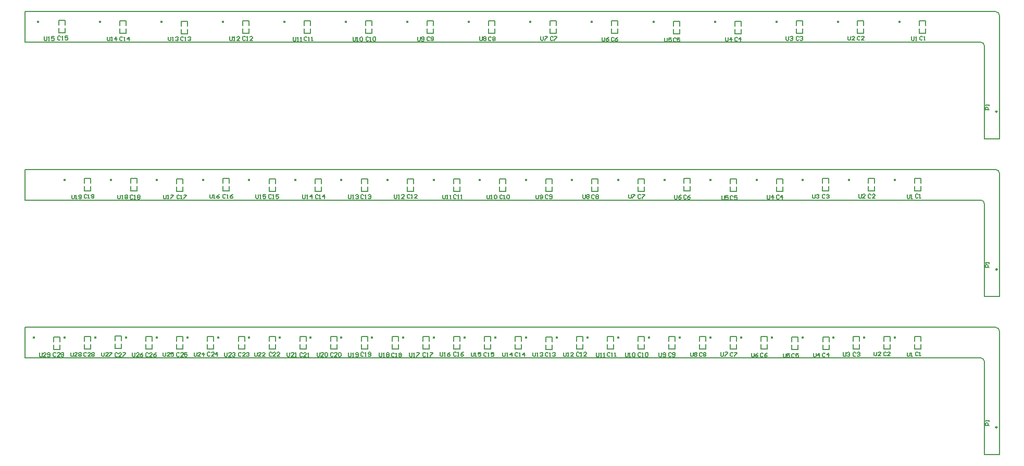
<source format=gto>
G04*
G04 #@! TF.GenerationSoftware,Altium Limited,Altium Designer,19.0.12 (326)*
G04*
G04 Layer_Color=65535*
%FSLAX44Y44*%
%MOMM*%
G71*
G01*
G75*
%ADD21C,0.1270*%
%ADD25C,0.2500*%
%ADD26C,0.1778*%
%ADD27R,0.3810X0.3810*%
D21*
X65250Y699324D02*
Y706944D01*
X55090D02*
X65250D01*
X55090Y699324D02*
Y706944D01*
Y686624D02*
Y694244D01*
Y686624D02*
X65250D01*
Y694244D01*
X164344Y698460D02*
Y706080D01*
X154184D02*
X164344D01*
X154184Y698460D02*
Y706080D01*
Y685760D02*
Y693380D01*
Y685760D02*
X164344D01*
Y693380D01*
X264488Y697777D02*
Y705397D01*
X254328D02*
X264488D01*
X254328Y697777D02*
Y705397D01*
Y685077D02*
Y692697D01*
Y685077D02*
X264488D01*
Y692697D01*
X564488Y698206D02*
Y705826D01*
X554328D02*
X564488D01*
X554328Y698206D02*
Y705826D01*
Y685506D02*
Y693126D01*
Y685506D02*
X564488D01*
Y693126D01*
X464406Y698460D02*
Y706080D01*
X454246D02*
X464406D01*
X454246Y698460D02*
Y706080D01*
Y685760D02*
Y693380D01*
Y685760D02*
X464406D01*
Y693380D01*
X364488Y698333D02*
Y705953D01*
X354328D02*
X364488D01*
X354328Y698333D02*
Y705953D01*
Y685632D02*
Y693252D01*
Y685632D02*
X364488D01*
Y693252D01*
X664488Y698160D02*
Y705780D01*
X654328D02*
X664488D01*
X654328Y698160D02*
Y705780D01*
Y685460D02*
Y693080D01*
Y685460D02*
X664488D01*
Y693080D01*
X764234Y698294D02*
Y705914D01*
X754074D02*
X764234D01*
X754074Y698294D02*
Y705914D01*
Y685594D02*
Y693214D01*
Y685594D02*
X764234D01*
Y693214D01*
X864234Y698460D02*
Y706080D01*
X854074D02*
X864234D01*
X854074Y698460D02*
Y706080D01*
Y685760D02*
Y693380D01*
Y685760D02*
X864234D01*
Y693380D01*
X1064488Y697952D02*
Y705572D01*
X1054328D02*
X1064488D01*
X1054328Y697952D02*
Y705572D01*
Y685252D02*
Y692872D01*
Y685252D02*
X1064488D01*
Y692872D01*
X964234Y698540D02*
Y706160D01*
X954074D02*
X964234D01*
X954074Y698540D02*
Y706160D01*
Y685840D02*
Y693460D01*
Y685840D02*
X964234D01*
Y693460D01*
X1164614Y685078D02*
Y692698D01*
X1154454Y685078D02*
X1164614D01*
X1154454D02*
Y692698D01*
Y697778D02*
Y705398D01*
X1164614D01*
Y697778D02*
Y705398D01*
X1264234Y686014D02*
Y693634D01*
X1254074Y686014D02*
X1264234D01*
X1254074D02*
Y693634D01*
Y698714D02*
Y706334D01*
X1264234D01*
Y698714D02*
Y706334D01*
X1363768Y685840D02*
Y693460D01*
X1353608Y685840D02*
X1363768D01*
X1353608D02*
Y693460D01*
Y698540D02*
Y706160D01*
X1363768D01*
Y698540D02*
Y706160D01*
X1464234Y685840D02*
Y693460D01*
X1454074Y685840D02*
X1464234D01*
X1454074D02*
Y693460D01*
Y698540D02*
Y706160D01*
X1464234D01*
Y698540D02*
Y706160D01*
X107308Y441834D02*
Y449454D01*
X97148D02*
X107308D01*
X97148Y441834D02*
Y449454D01*
Y429134D02*
Y436754D01*
Y429134D02*
X107308D01*
Y436754D01*
X182198Y441594D02*
Y449214D01*
X172038D02*
X182198D01*
X172038Y441594D02*
Y449214D01*
Y428894D02*
Y436514D01*
Y428894D02*
X182198D01*
Y436514D01*
X257198Y441460D02*
Y449080D01*
X247038D02*
X257198D01*
X247038Y441460D02*
Y449080D01*
Y428760D02*
Y436380D01*
Y428760D02*
X257198D01*
Y436380D01*
X332038Y441848D02*
Y449468D01*
X321878D02*
X332038D01*
X321878Y441848D02*
Y449468D01*
Y429148D02*
Y436768D01*
Y429148D02*
X332038D01*
Y436768D01*
X407198Y441460D02*
Y449080D01*
X397038D02*
X407198D01*
X397038Y441460D02*
Y449080D01*
Y428760D02*
Y436380D01*
Y428760D02*
X407198D01*
Y436380D01*
X482054Y441459D02*
Y449079D01*
X471894D02*
X482054D01*
X471894Y441459D02*
Y449079D01*
Y428759D02*
Y436379D01*
Y428759D02*
X482054D01*
Y436379D01*
X557198Y440777D02*
Y448397D01*
X547038D02*
X557198D01*
X547038Y440777D02*
Y448397D01*
Y428077D02*
Y435697D01*
Y428077D02*
X557198D01*
Y435697D01*
X782198Y441206D02*
Y448826D01*
X772038D02*
X782198D01*
X772038Y441206D02*
Y448826D01*
Y428506D02*
Y436126D01*
Y428506D02*
X782198D01*
Y436126D01*
X707116Y441460D02*
Y449080D01*
X696956D02*
X707116D01*
X696956Y441460D02*
Y449080D01*
Y428760D02*
Y436380D01*
Y428760D02*
X707116D01*
Y436380D01*
X632198Y441332D02*
Y448952D01*
X622038D02*
X632198D01*
X622038Y441332D02*
Y448952D01*
Y428632D02*
Y436252D01*
Y428632D02*
X632198D01*
Y436252D01*
X857198Y441160D02*
Y448780D01*
X847038D02*
X857198D01*
X847038Y441160D02*
Y448780D01*
Y428460D02*
Y436080D01*
Y428460D02*
X857198D01*
Y436080D01*
X931944Y441294D02*
Y448914D01*
X921784D02*
X931944D01*
X921784Y441294D02*
Y448914D01*
Y428594D02*
Y436214D01*
Y428594D02*
X931944D01*
Y436214D01*
X1006944Y441460D02*
Y449080D01*
X996784D02*
X1006944D01*
X996784Y441460D02*
Y449080D01*
Y428760D02*
Y436380D01*
Y428760D02*
X1006944D01*
Y436380D01*
X1157224Y440952D02*
Y448572D01*
X1147064D02*
X1157224D01*
X1147064Y440952D02*
Y448572D01*
Y428252D02*
Y435872D01*
Y428252D02*
X1157224D01*
Y435872D01*
X1081944Y441540D02*
Y449160D01*
X1071784D02*
X1081944D01*
X1071784Y441540D02*
Y449160D01*
Y428840D02*
Y436460D01*
Y428840D02*
X1081944D01*
Y436460D01*
X1232324Y428078D02*
Y435698D01*
X1222164Y428078D02*
X1232324D01*
X1222164D02*
Y435698D01*
Y440778D02*
Y448398D01*
X1232324D01*
Y440778D02*
Y448398D01*
X1306944Y429014D02*
Y436634D01*
X1296784Y429014D02*
X1306944D01*
X1296784D02*
Y436634D01*
Y441714D02*
Y449334D01*
X1306944D01*
Y441714D02*
Y449334D01*
X1381478Y428840D02*
Y436460D01*
X1371318Y428840D02*
X1381478D01*
X1371318D02*
Y436460D01*
Y441540D02*
Y449160D01*
X1381478D01*
Y441540D02*
Y449160D01*
X1456944Y428840D02*
Y436460D01*
X1446784Y428840D02*
X1456944D01*
X1446784D02*
Y436460D01*
Y441540D02*
Y449160D01*
X1456944D01*
Y441540D02*
Y449160D01*
X257268Y184406D02*
Y192026D01*
X247108D02*
X257268D01*
X247108Y184406D02*
Y192026D01*
Y171706D02*
Y179326D01*
Y171706D02*
X257268D01*
Y179326D01*
X207280Y184596D02*
Y192216D01*
X197120D02*
X207280D01*
X197120Y184596D02*
Y192216D01*
Y171896D02*
Y179516D01*
Y171896D02*
X207280D01*
Y179516D01*
X157308Y184928D02*
Y192548D01*
X147148D02*
X157308D01*
X147148Y184928D02*
Y192548D01*
Y172228D02*
Y179848D01*
Y172228D02*
X157308D01*
Y179848D01*
X107370Y184794D02*
Y192414D01*
X97210D02*
X107370D01*
X97210Y184794D02*
Y192414D01*
Y172094D02*
Y179714D01*
Y172094D02*
X107370D01*
Y179714D01*
X57308Y184040D02*
Y191660D01*
X47148D02*
X57308D01*
X47148Y184040D02*
Y191660D01*
Y171340D02*
Y178960D01*
Y171340D02*
X57308D01*
Y178960D01*
X507198Y184460D02*
Y192080D01*
X497038D02*
X507198D01*
X497038Y184460D02*
Y192080D01*
Y171760D02*
Y179380D01*
Y171760D02*
X507198D01*
Y179380D01*
X557308Y184834D02*
Y192454D01*
X547148D02*
X557308D01*
X547148Y184834D02*
Y192454D01*
Y172134D02*
Y179754D01*
Y172134D02*
X557308D01*
Y179754D01*
X307198Y184326D02*
Y191946D01*
X297038D02*
X307198D01*
X297038Y184326D02*
Y191946D01*
Y171626D02*
Y179246D01*
Y171626D02*
X307198D01*
Y179246D01*
X357452Y184834D02*
Y192454D01*
X347292D02*
X357452D01*
X347292Y184834D02*
Y192454D01*
Y172134D02*
Y179754D01*
Y172134D02*
X357452D01*
Y179754D01*
X407262Y184366D02*
Y191986D01*
X397102D02*
X407262D01*
X397102Y184366D02*
Y191986D01*
Y171666D02*
Y179286D01*
Y171666D02*
X407262D01*
Y179286D01*
X457452Y184339D02*
Y191959D01*
X447292D02*
X457452D01*
X447292Y184339D02*
Y191959D01*
Y171639D02*
Y179259D01*
Y171639D02*
X457452D01*
Y179259D01*
X607198Y184594D02*
Y192214D01*
X597038D02*
X607198D01*
X597038Y184594D02*
Y192214D01*
Y171894D02*
Y179514D01*
Y171894D02*
X607198D01*
Y179514D01*
X657198Y184460D02*
Y192080D01*
X647038D02*
X657198D01*
X647038Y184460D02*
Y192080D01*
Y171760D02*
Y179380D01*
Y171760D02*
X657198D01*
Y179380D01*
X707038Y184848D02*
Y192468D01*
X696879D02*
X707038D01*
X696879Y184848D02*
Y192468D01*
Y172148D02*
Y179768D01*
Y172148D02*
X707038D01*
Y179768D01*
X757174Y184460D02*
Y192080D01*
X747014D02*
X757174D01*
X747014Y184460D02*
Y192080D01*
Y171760D02*
Y179380D01*
Y171760D02*
X757174D01*
Y179380D01*
X807068Y184459D02*
Y192079D01*
X796908D02*
X807068D01*
X796908Y184459D02*
Y192079D01*
Y171759D02*
Y179379D01*
Y171759D02*
X807068D01*
Y179379D01*
X857198Y183777D02*
Y191397D01*
X847038D02*
X857198D01*
X847038Y183777D02*
Y191397D01*
Y171077D02*
Y178697D01*
Y171077D02*
X857198D01*
Y178697D01*
X1007198Y184206D02*
Y191826D01*
X997038D02*
X1007198D01*
X997038Y184206D02*
Y191826D01*
Y171506D02*
Y179126D01*
Y171506D02*
X1007198D01*
Y179126D01*
X957116Y184460D02*
Y192080D01*
X946956D02*
X957116D01*
X946956Y184460D02*
Y192080D01*
Y171760D02*
Y179380D01*
Y171760D02*
X957116D01*
Y179380D01*
X907198Y184332D02*
Y191952D01*
X897038D02*
X907198D01*
X897038Y184332D02*
Y191952D01*
Y171632D02*
Y179252D01*
Y171632D02*
X907198D01*
Y179252D01*
X1057198Y184160D02*
Y191780D01*
X1047038D02*
X1057198D01*
X1047038Y184160D02*
Y191780D01*
Y171460D02*
Y179080D01*
Y171460D02*
X1057198D01*
Y179080D01*
X1106944Y184294D02*
Y191914D01*
X1096784D02*
X1106944D01*
X1096784Y184294D02*
Y191914D01*
Y171594D02*
Y179214D01*
Y171594D02*
X1106944D01*
Y179214D01*
X1156944Y184460D02*
Y192080D01*
X1146784D02*
X1156944D01*
X1146784Y184460D02*
Y192080D01*
Y171760D02*
Y179380D01*
Y171760D02*
X1156944D01*
Y179380D01*
X1257198Y183952D02*
Y191572D01*
X1247038D02*
X1257198D01*
X1247038Y183952D02*
Y191572D01*
Y171252D02*
Y178872D01*
Y171252D02*
X1257198D01*
Y178872D01*
X1206944Y184540D02*
Y192160D01*
X1196784D02*
X1206944D01*
X1196784Y184540D02*
Y192160D01*
Y171840D02*
Y179460D01*
Y171840D02*
X1206944D01*
Y179460D01*
X1307324Y171078D02*
Y178698D01*
X1297164Y171078D02*
X1307324D01*
X1297164D02*
Y178698D01*
Y183778D02*
Y191398D01*
X1307324D01*
Y183778D02*
Y191398D01*
X1356944Y172014D02*
Y179634D01*
X1346784Y172014D02*
X1356944D01*
X1346784D02*
Y179634D01*
Y184714D02*
Y192334D01*
X1356944D01*
Y184714D02*
Y192334D01*
X1406440Y171840D02*
Y179460D01*
X1396280Y171840D02*
X1406440D01*
X1396280D02*
Y179460D01*
Y184540D02*
Y192160D01*
X1406440D01*
Y184540D02*
Y192160D01*
X1456944Y171840D02*
Y179460D01*
X1446784Y171840D02*
X1456944D01*
X1446784D02*
Y179460D01*
Y184540D02*
Y192160D01*
X1456944D01*
Y184540D02*
Y192160D01*
X1559500Y666000D02*
G03*
X1554500Y671000I-5000J0D01*
G01*
X1584500Y714640D02*
G03*
X1578140Y721000I-6360J0D01*
G01*
X0Y671000D02*
Y721000D01*
Y671000D02*
X1554500D01*
X0Y721000D02*
X1474500D01*
X1559500D01*
Y514000D02*
Y666000D01*
X1554500Y671000D02*
X1554500D01*
X1559500Y721000D02*
X1578140D01*
X1584500Y514000D02*
Y714640D01*
X1559500Y514000D02*
X1584500D01*
X1559500Y409000D02*
G03*
X1554500Y414000I-5000J0D01*
G01*
X1584500Y457640D02*
G03*
X1578140Y464000I-6360J0D01*
G01*
X0Y414000D02*
Y464000D01*
Y414000D02*
X1554500D01*
X0Y464000D02*
X1474500D01*
X1559500D01*
Y257000D02*
Y409000D01*
X1554500Y414000D02*
X1554500D01*
X1559500Y464000D02*
X1578140D01*
X1584500Y257000D02*
Y457640D01*
X1559500Y257000D02*
X1584500D01*
X1559500Y152000D02*
G03*
X1554500Y157000I-5000J0D01*
G01*
X1584500Y200640D02*
G03*
X1578140Y207000I-6360J0D01*
G01*
X0Y157000D02*
Y207000D01*
Y157000D02*
X1554500D01*
X0Y207000D02*
X1474500D01*
X1559500D01*
Y0D02*
Y152000D01*
X1554500Y157000D02*
X1554500D01*
X1559500Y207000D02*
X1578140D01*
X1584500Y0D02*
Y200640D01*
X1559500Y0D02*
X1584500D01*
D25*
X1580650Y558271D02*
G03*
X1580650Y558271I-1250J0D01*
G01*
X1580850Y301346D02*
G03*
X1580850Y301346I-1250J0D01*
G01*
X1580550Y44321D02*
G03*
X1580550Y44321I-1250J0D01*
G01*
D26*
X31722Y680351D02*
Y675062D01*
X32780Y674004D01*
X34896D01*
X35954Y675062D01*
Y680351D01*
X38070Y674004D02*
X40186D01*
X39128D01*
Y680351D01*
X38070Y679294D01*
X47592Y680351D02*
X43360D01*
Y677178D01*
X45476Y678236D01*
X46534D01*
X47592Y677178D01*
Y675062D01*
X46534Y674004D01*
X44418D01*
X43360Y675062D01*
X58052Y680056D02*
X56994Y681114D01*
X54878D01*
X53820Y680056D01*
Y675824D01*
X54878Y674766D01*
X56994D01*
X58052Y675824D01*
X60168Y674766D02*
X62284D01*
X61226D01*
Y681114D01*
X60168Y680056D01*
X69690Y681114D02*
X65458D01*
Y677940D01*
X67574Y678998D01*
X68632D01*
X69690Y677940D01*
Y675824D01*
X68632Y674766D01*
X66516D01*
X65458Y675824D01*
X1567628Y561526D02*
X1561280D01*
Y564700D01*
X1562338Y565758D01*
X1564454D01*
X1565512Y564700D01*
Y561526D01*
X1567628Y567874D02*
Y569990D01*
Y568932D01*
X1561280D01*
X1562338Y567874D01*
X134118Y679876D02*
Y674587D01*
X135176Y673529D01*
X137292D01*
X138350Y674587D01*
Y679876D01*
X140466Y673529D02*
X142582D01*
X141524D01*
Y679876D01*
X140466Y678819D01*
X148930Y673529D02*
Y679876D01*
X145756Y676703D01*
X149988D01*
X233500Y679876D02*
Y674586D01*
X234558Y673528D01*
X236674D01*
X237732Y674586D01*
Y679876D01*
X239848Y673528D02*
X241964D01*
X240906D01*
Y679876D01*
X239848Y678818D01*
X245138D02*
X246196Y679876D01*
X248312D01*
X249370Y678818D01*
Y677760D01*
X248312Y676702D01*
X247254D01*
X248312D01*
X249370Y675644D01*
Y674586D01*
X248312Y673528D01*
X246196D01*
X245138Y674586D01*
X332992Y680250D02*
Y674960D01*
X334050Y673903D01*
X336166D01*
X337224Y674960D01*
Y680250D01*
X339340Y673903D02*
X341456D01*
X340398D01*
Y680250D01*
X339340Y679192D01*
X348862Y673903D02*
X344630D01*
X348862Y678135D01*
Y679192D01*
X347804Y680250D01*
X345688D01*
X344630Y679192D01*
X436466Y679488D02*
Y674198D01*
X437524Y673140D01*
X439640D01*
X440698Y674198D01*
Y679488D01*
X442814Y673140D02*
X444930D01*
X443872D01*
Y679488D01*
X442814Y678430D01*
X448104Y673140D02*
X450220D01*
X449162D01*
Y679488D01*
X448104Y678430D01*
X533500Y679488D02*
Y674198D01*
X534558Y673140D01*
X536674D01*
X537732Y674198D01*
Y679488D01*
X539848Y673140D02*
X541964D01*
X540906D01*
Y679488D01*
X539848Y678430D01*
X545138D02*
X546196Y679488D01*
X548312D01*
X549370Y678430D01*
Y674198D01*
X548312Y673140D01*
X546196D01*
X545138Y674198D01*
Y678430D01*
X638326Y679616D02*
Y674326D01*
X639384Y673268D01*
X641500D01*
X642558Y674326D01*
Y679616D01*
X644674Y674326D02*
X645732Y673268D01*
X647848D01*
X648906Y674326D01*
Y678558D01*
X647848Y679616D01*
X645732D01*
X644674Y678558D01*
Y677500D01*
X645732Y676442D01*
X648906D01*
X739342Y680250D02*
Y674960D01*
X740400Y673902D01*
X742516D01*
X743574Y674960D01*
Y680250D01*
X745690Y679192D02*
X746748Y680250D01*
X748864D01*
X749922Y679192D01*
Y678134D01*
X748864Y677076D01*
X749922Y676018D01*
Y674960D01*
X748864Y673902D01*
X746748D01*
X745690Y674960D01*
Y676018D01*
X746748Y677076D01*
X745690Y678134D01*
Y679192D01*
X746748Y677076D02*
X748864D01*
X838834Y680504D02*
Y675214D01*
X839892Y674156D01*
X842008D01*
X843066Y675214D01*
Y680504D01*
X845182D02*
X849414D01*
Y679446D01*
X845182Y675214D01*
Y674156D01*
X938580Y679234D02*
Y673944D01*
X939638Y672886D01*
X941754D01*
X942812Y673944D01*
Y679234D01*
X949160D02*
X947044Y678176D01*
X944928Y676060D01*
Y673944D01*
X945986Y672886D01*
X948102D01*
X949160Y673944D01*
Y675002D01*
X948102Y676060D01*
X944928D01*
X1040358Y678218D02*
Y672928D01*
X1041416Y671870D01*
X1043532D01*
X1044590Y672928D01*
Y678218D01*
X1050938D02*
X1046706D01*
Y675044D01*
X1048822Y676102D01*
X1049880D01*
X1050938Y675044D01*
Y672928D01*
X1049880Y671870D01*
X1047764D01*
X1046706Y672928D01*
X158924Y678819D02*
X157866Y679876D01*
X155750D01*
X154692Y678819D01*
Y674587D01*
X155750Y673529D01*
X157866D01*
X158924Y674587D01*
X161040Y673529D02*
X163156D01*
X162098D01*
Y679876D01*
X161040Y678819D01*
X169504Y673529D02*
Y679876D01*
X166330Y676703D01*
X170562D01*
X258052Y678818D02*
X256994Y679876D01*
X254878D01*
X253820Y678818D01*
Y674586D01*
X254878Y673528D01*
X256994D01*
X258052Y674586D01*
X260168Y673528D02*
X262284D01*
X261226D01*
Y679876D01*
X260168Y678818D01*
X265458D02*
X266516Y679876D01*
X268632D01*
X269690Y678818D01*
Y677760D01*
X268632Y676702D01*
X267574D01*
X268632D01*
X269690Y675644D01*
Y674586D01*
X268632Y673528D01*
X266516D01*
X265458Y674586D01*
X358306Y679446D02*
X357248Y680504D01*
X355132D01*
X354074Y679446D01*
Y675214D01*
X355132Y674156D01*
X357248D01*
X358306Y675214D01*
X360422Y674156D02*
X362538D01*
X361480D01*
Y680504D01*
X360422Y679446D01*
X369944Y674156D02*
X365712D01*
X369944Y678389D01*
Y679446D01*
X368886Y680504D01*
X366770D01*
X365712Y679446D01*
X458732Y678938D02*
X457674Y679996D01*
X455558D01*
X454500Y678938D01*
Y674706D01*
X455558Y673648D01*
X457674D01*
X458732Y674706D01*
X460848Y673648D02*
X462964D01*
X461906D01*
Y679996D01*
X460848Y678938D01*
X466138Y673648D02*
X468254D01*
X467196D01*
Y679996D01*
X466138Y678938D01*
X558814Y678684D02*
X557756Y679742D01*
X555640D01*
X554582Y678684D01*
Y674452D01*
X555640Y673394D01*
X557756D01*
X558814Y674452D01*
X560930Y673394D02*
X563046D01*
X561988D01*
Y679742D01*
X560930Y678684D01*
X566220D02*
X567278Y679742D01*
X569394D01*
X570452Y678684D01*
Y674452D01*
X569394Y673394D01*
X567278D01*
X566220Y674452D01*
Y678684D01*
X658052Y678812D02*
X656994Y679870D01*
X654878D01*
X653820Y678812D01*
Y674580D01*
X654878Y673522D01*
X656994D01*
X658052Y674580D01*
X660168D02*
X661226Y673522D01*
X663342D01*
X664400Y674580D01*
Y678812D01*
X663342Y679870D01*
X661226D01*
X660168Y678812D01*
Y677754D01*
X661226Y676696D01*
X664400D01*
X758306Y678938D02*
X757248Y679996D01*
X755132D01*
X754074Y678938D01*
Y674706D01*
X755132Y673648D01*
X757248D01*
X758306Y674706D01*
X760422Y678938D02*
X761480Y679996D01*
X763596D01*
X764654Y678938D01*
Y677880D01*
X763596Y676822D01*
X764654Y675764D01*
Y674706D01*
X763596Y673648D01*
X761480D01*
X760422Y674706D01*
Y675764D01*
X761480Y676822D01*
X760422Y677880D01*
Y678938D01*
X761480Y676822D02*
X763596D01*
X858560Y679192D02*
X857502Y680250D01*
X855386D01*
X854328Y679192D01*
Y674960D01*
X855386Y673902D01*
X857502D01*
X858560Y674960D01*
X860676Y680250D02*
X864908D01*
Y679192D01*
X860676Y674960D01*
Y673902D01*
X957544Y678176D02*
X956486Y679234D01*
X954370D01*
X953312Y678176D01*
Y673944D01*
X954370Y672886D01*
X956486D01*
X957544Y673944D01*
X963892Y679234D02*
X961776Y678176D01*
X959660Y676060D01*
Y673944D01*
X960718Y672886D01*
X962834D01*
X963892Y673944D01*
Y675002D01*
X962834Y676060D01*
X959660D01*
X1058560Y677160D02*
X1057502Y678218D01*
X1055386D01*
X1054328Y677160D01*
Y672928D01*
X1055386Y671870D01*
X1057502D01*
X1058560Y672928D01*
X1064908Y678218D02*
X1060676D01*
Y675044D01*
X1062792Y676102D01*
X1063850D01*
X1064908Y675044D01*
Y672928D01*
X1063850Y671870D01*
X1061734D01*
X1060676Y672928D01*
X1139214Y679060D02*
Y673770D01*
X1140272Y672712D01*
X1142388D01*
X1143446Y673770D01*
Y679060D01*
X1148736Y672712D02*
Y679060D01*
X1145562Y675886D01*
X1149794D01*
X1237742Y680504D02*
Y675214D01*
X1238800Y674156D01*
X1240916D01*
X1241974Y675214D01*
Y680504D01*
X1244090Y679446D02*
X1245148Y680504D01*
X1247264D01*
X1248322Y679446D01*
Y678388D01*
X1247264Y677330D01*
X1246206D01*
X1247264D01*
X1248322Y676272D01*
Y675214D01*
X1247264Y674156D01*
X1245148D01*
X1244090Y675214D01*
X1338114Y680758D02*
Y675468D01*
X1339172Y674410D01*
X1341288D01*
X1342346Y675468D01*
Y680758D01*
X1348694Y674410D02*
X1344462D01*
X1348694Y678642D01*
Y679700D01*
X1347636Y680758D01*
X1345520D01*
X1344462Y679700D01*
X1441628Y680250D02*
Y674960D01*
X1442686Y673902D01*
X1444802D01*
X1445860Y674960D01*
Y680250D01*
X1447976Y673902D02*
X1450092D01*
X1449034D01*
Y680250D01*
X1447976Y679192D01*
X1158432Y678256D02*
X1157374Y679314D01*
X1155258D01*
X1154200Y678256D01*
Y674024D01*
X1155258Y672966D01*
X1157374D01*
X1158432Y674024D01*
X1163722Y672966D02*
Y679314D01*
X1160548Y676140D01*
X1164780D01*
X1258230Y679446D02*
X1257172Y680504D01*
X1255056D01*
X1253998Y679446D01*
Y675214D01*
X1255056Y674156D01*
X1257172D01*
X1258230Y675214D01*
X1260346Y679446D02*
X1261404Y680504D01*
X1263520D01*
X1264578Y679446D01*
Y678388D01*
X1263520Y677330D01*
X1262462D01*
X1263520D01*
X1264578Y676272D01*
Y675214D01*
X1263520Y674156D01*
X1261404D01*
X1260346Y675214D01*
X1357840Y679700D02*
X1356782Y680758D01*
X1354666D01*
X1353608Y679700D01*
Y675468D01*
X1354666Y674410D01*
X1356782D01*
X1357840Y675468D01*
X1364188Y674410D02*
X1359956D01*
X1364188Y678642D01*
Y679700D01*
X1363130Y680758D01*
X1361014D01*
X1359956Y679700D01*
X1459386Y679946D02*
X1458328Y681004D01*
X1456212D01*
X1455154Y679946D01*
Y675714D01*
X1456212Y674656D01*
X1458328D01*
X1459386Y675714D01*
X1461502Y674656D02*
X1463618D01*
X1462560D01*
Y681004D01*
X1461502Y679946D01*
X1567628Y304526D02*
X1561280D01*
Y307700D01*
X1562338Y308758D01*
X1564454D01*
X1565512Y307700D01*
Y304526D01*
X1567628Y310874D02*
Y312990D01*
Y311932D01*
X1561280D01*
X1562338Y310874D01*
X76320Y422608D02*
Y417318D01*
X77378Y416260D01*
X79494D01*
X80552Y417318D01*
Y422608D01*
X82668Y416260D02*
X84784D01*
X83726D01*
Y422608D01*
X82668Y421550D01*
X87958Y417318D02*
X89016Y416260D01*
X91132D01*
X92190Y417318D01*
Y421550D01*
X91132Y422608D01*
X89016D01*
X87958Y421550D01*
Y420492D01*
X89016Y419434D01*
X92190D01*
X151210Y422622D02*
Y417332D01*
X152268Y416274D01*
X154384D01*
X155442Y417332D01*
Y422622D01*
X157558Y416274D02*
X159674D01*
X158616D01*
Y422622D01*
X157558Y421564D01*
X162848D02*
X163906Y422622D01*
X166022D01*
X167080Y421564D01*
Y420506D01*
X166022Y419448D01*
X167080Y418390D01*
Y417332D01*
X166022Y416274D01*
X163906D01*
X162848Y417332D01*
Y418390D01*
X163906Y419448D01*
X162848Y420506D01*
Y421564D01*
X163906Y419448D02*
X166022D01*
X225448Y422488D02*
Y417198D01*
X226506Y416140D01*
X228622D01*
X229680Y417198D01*
Y422488D01*
X231796Y416140D02*
X233912D01*
X232854D01*
Y422488D01*
X231796Y421430D01*
X237086Y422488D02*
X241318D01*
Y421430D01*
X237086Y417198D01*
Y416140D01*
X300542Y423384D02*
Y418094D01*
X301600Y417036D01*
X303716D01*
X304774Y418094D01*
Y423384D01*
X306890Y417036D02*
X309006D01*
X307948D01*
Y423384D01*
X306890Y422326D01*
X316412Y423384D02*
X314296Y422326D01*
X312180Y420210D01*
Y418094D01*
X313238Y417036D01*
X315354D01*
X316412Y418094D01*
Y419152D01*
X315354Y420210D01*
X312180D01*
X375702Y423250D02*
Y417960D01*
X376760Y416902D01*
X378876D01*
X379934Y417960D01*
Y423250D01*
X382050Y416902D02*
X384166D01*
X383108D01*
Y423250D01*
X382050Y422192D01*
X391572Y423250D02*
X387340D01*
Y420076D01*
X389456Y421134D01*
X390514D01*
X391572Y420076D01*
Y417960D01*
X390514Y416902D01*
X388398D01*
X387340Y417960D01*
X451828Y422876D02*
Y417586D01*
X452886Y416528D01*
X455002D01*
X456060Y417586D01*
Y422876D01*
X458176Y416528D02*
X460292D01*
X459234D01*
Y422876D01*
X458176Y421818D01*
X466640Y416528D02*
Y422876D01*
X463466Y419702D01*
X467698D01*
X526210Y422876D02*
Y417586D01*
X527268Y416528D01*
X529384D01*
X530442Y417586D01*
Y422876D01*
X532558Y416528D02*
X534674D01*
X533616D01*
Y422876D01*
X532558Y421818D01*
X537848D02*
X538906Y422876D01*
X541022D01*
X542080Y421818D01*
Y420760D01*
X541022Y419702D01*
X539964D01*
X541022D01*
X542080Y418644D01*
Y417586D01*
X541022Y416528D01*
X538906D01*
X537848Y417586D01*
X600702Y423250D02*
Y417960D01*
X601760Y416902D01*
X603876D01*
X604934Y417960D01*
Y423250D01*
X607050Y416902D02*
X609166D01*
X608108D01*
Y423250D01*
X607050Y422192D01*
X616572Y416902D02*
X612340D01*
X616572Y421134D01*
Y422192D01*
X615514Y423250D01*
X613398D01*
X612340Y422192D01*
X679176Y422488D02*
Y417198D01*
X680234Y416140D01*
X682350D01*
X683408Y417198D01*
Y422488D01*
X685524Y416140D02*
X687640D01*
X686582D01*
Y422488D01*
X685524Y421430D01*
X690814Y416140D02*
X692930D01*
X691872D01*
Y422488D01*
X690814Y421430D01*
X751210Y422488D02*
Y417198D01*
X752268Y416140D01*
X754384D01*
X755442Y417198D01*
Y422488D01*
X757558Y416140D02*
X759674D01*
X758616D01*
Y422488D01*
X757558Y421430D01*
X762848D02*
X763906Y422488D01*
X766022D01*
X767080Y421430D01*
Y417198D01*
X766022Y416140D01*
X763906D01*
X762848Y417198D01*
Y421430D01*
X831036Y422616D02*
Y417326D01*
X832094Y416268D01*
X834210D01*
X835268Y417326D01*
Y422616D01*
X837384Y417326D02*
X838442Y416268D01*
X840558D01*
X841616Y417326D01*
Y421558D01*
X840558Y422616D01*
X838442D01*
X837384Y421558D01*
Y420500D01*
X838442Y419442D01*
X841616D01*
X907052Y423250D02*
Y417960D01*
X908110Y416902D01*
X910226D01*
X911284Y417960D01*
Y423250D01*
X913400Y422192D02*
X914458Y423250D01*
X916574D01*
X917632Y422192D01*
Y421134D01*
X916574Y420076D01*
X917632Y419018D01*
Y417960D01*
X916574Y416902D01*
X914458D01*
X913400Y417960D01*
Y419018D01*
X914458Y420076D01*
X913400Y421134D01*
Y422192D01*
X914458Y420076D02*
X916574D01*
X981544Y423504D02*
Y418214D01*
X982602Y417156D01*
X984718D01*
X985776Y418214D01*
Y423504D01*
X987892D02*
X992124D01*
Y422446D01*
X987892Y418214D01*
Y417156D01*
X1056290Y422234D02*
Y416944D01*
X1057348Y415886D01*
X1059464D01*
X1060522Y416944D01*
Y422234D01*
X1066870D02*
X1064754Y421176D01*
X1062638Y419060D01*
Y416944D01*
X1063696Y415886D01*
X1065812D01*
X1066870Y416944D01*
Y418002D01*
X1065812Y419060D01*
X1062638D01*
X1133094Y421218D02*
Y415928D01*
X1134152Y414870D01*
X1136268D01*
X1137326Y415928D01*
Y421218D01*
X1143674D02*
X1139442D01*
Y418044D01*
X1141558Y419102D01*
X1142616D01*
X1143674Y418044D01*
Y415928D01*
X1142616Y414870D01*
X1140500D01*
X1139442Y415928D01*
X100872Y422312D02*
X99814Y423370D01*
X97698D01*
X96640Y422312D01*
Y418080D01*
X97698Y417022D01*
X99814D01*
X100872Y418080D01*
X102988Y417022D02*
X105104D01*
X104046D01*
Y423370D01*
X102988Y422312D01*
X108278Y418080D02*
X109336Y417022D01*
X111452D01*
X112510Y418080D01*
Y422312D01*
X111452Y423370D01*
X109336D01*
X108278Y422312D01*
Y421254D01*
X109336Y420196D01*
X112510D01*
X175508Y421310D02*
X174450Y422368D01*
X172334D01*
X171276Y421310D01*
Y417078D01*
X172334Y416020D01*
X174450D01*
X175508Y417078D01*
X177624Y416020D02*
X179740D01*
X178682D01*
Y422368D01*
X177624Y421310D01*
X182914D02*
X183972Y422368D01*
X186088D01*
X187146Y421310D01*
Y420252D01*
X186088Y419194D01*
X187146Y418136D01*
Y417078D01*
X186088Y416020D01*
X183972D01*
X182914Y417078D01*
Y418136D01*
X183972Y419194D01*
X182914Y420252D01*
Y421310D01*
X183972Y419194D02*
X186088D01*
X251524Y421684D02*
X250466Y422742D01*
X248350D01*
X247292Y421684D01*
Y417452D01*
X248350Y416394D01*
X250466D01*
X251524Y417452D01*
X253640Y416394D02*
X255756D01*
X254698D01*
Y422742D01*
X253640Y421684D01*
X258930Y422742D02*
X263162D01*
Y421684D01*
X258930Y417452D01*
Y416394D01*
X326364Y422580D02*
X325306Y423638D01*
X323190D01*
X322132Y422580D01*
Y418348D01*
X323190Y417290D01*
X325306D01*
X326364Y418348D01*
X328480Y417290D02*
X330596D01*
X329538D01*
Y423638D01*
X328480Y422580D01*
X338002Y423638D02*
X335886Y422580D01*
X333770Y420464D01*
Y418348D01*
X334828Y417290D01*
X336944D01*
X338002Y418348D01*
Y419406D01*
X336944Y420464D01*
X333770D01*
X400762Y422192D02*
X399704Y423250D01*
X397588D01*
X396530Y422192D01*
Y417960D01*
X397588Y416902D01*
X399704D01*
X400762Y417960D01*
X402878Y416902D02*
X404994D01*
X403936D01*
Y423250D01*
X402878Y422192D01*
X412400Y423250D02*
X408168D01*
Y420076D01*
X410284Y421134D01*
X411342D01*
X412400Y420076D01*
Y417960D01*
X411342Y416902D01*
X409226D01*
X408168Y417960D01*
X476634Y421818D02*
X475576Y422876D01*
X473460D01*
X472402Y421818D01*
Y417586D01*
X473460Y416528D01*
X475576D01*
X476634Y417586D01*
X478750Y416528D02*
X480866D01*
X479808D01*
Y422876D01*
X478750Y421818D01*
X487214Y416528D02*
Y422876D01*
X484040Y419702D01*
X488272D01*
X550762Y421818D02*
X549704Y422876D01*
X547588D01*
X546530Y421818D01*
Y417586D01*
X547588Y416528D01*
X549704D01*
X550762Y417586D01*
X552878Y416528D02*
X554994D01*
X553936D01*
Y422876D01*
X552878Y421818D01*
X558168D02*
X559226Y422876D01*
X561342D01*
X562400Y421818D01*
Y420760D01*
X561342Y419702D01*
X560284D01*
X561342D01*
X562400Y418644D01*
Y417586D01*
X561342Y416528D01*
X559226D01*
X558168Y417586D01*
X626016Y422446D02*
X624958Y423504D01*
X622842D01*
X621784Y422446D01*
Y418214D01*
X622842Y417156D01*
X624958D01*
X626016Y418214D01*
X628132Y417156D02*
X630248D01*
X629190D01*
Y423504D01*
X628132Y422446D01*
X637654Y417156D02*
X633422D01*
X637654Y421388D01*
Y422446D01*
X636596Y423504D01*
X634480D01*
X633422Y422446D01*
X701442Y421938D02*
X700384Y422996D01*
X698268D01*
X697210Y421938D01*
Y417706D01*
X698268Y416648D01*
X700384D01*
X701442Y417706D01*
X703558Y416648D02*
X705674D01*
X704616D01*
Y422996D01*
X703558Y421938D01*
X708848Y416648D02*
X710964D01*
X709906D01*
Y422996D01*
X708848Y421938D01*
X776524Y421684D02*
X775466Y422742D01*
X773350D01*
X772292Y421684D01*
Y417452D01*
X773350Y416394D01*
X775466D01*
X776524Y417452D01*
X778640Y416394D02*
X780756D01*
X779698D01*
Y422742D01*
X778640Y421684D01*
X783930D02*
X784988Y422742D01*
X787104D01*
X788162Y421684D01*
Y417452D01*
X787104Y416394D01*
X784988D01*
X783930Y417452D01*
Y421684D01*
X850762Y421812D02*
X849704Y422870D01*
X847588D01*
X846530Y421812D01*
Y417580D01*
X847588Y416522D01*
X849704D01*
X850762Y417580D01*
X852878D02*
X853936Y416522D01*
X856052D01*
X857110Y417580D01*
Y421812D01*
X856052Y422870D01*
X853936D01*
X852878Y421812D01*
Y420754D01*
X853936Y419696D01*
X857110D01*
X926016Y421938D02*
X924958Y422996D01*
X922842D01*
X921784Y421938D01*
Y417706D01*
X922842Y416648D01*
X924958D01*
X926016Y417706D01*
X928132Y421938D02*
X929190Y422996D01*
X931306D01*
X932364Y421938D01*
Y420880D01*
X931306Y419822D01*
X932364Y418764D01*
Y417706D01*
X931306Y416648D01*
X929190D01*
X928132Y417706D01*
Y418764D01*
X929190Y419822D01*
X928132Y420880D01*
Y421938D01*
X929190Y419822D02*
X931306D01*
X1001270Y422192D02*
X1000212Y423250D01*
X998096D01*
X997038Y422192D01*
Y417960D01*
X998096Y416902D01*
X1000212D01*
X1001270Y417960D01*
X1003386Y423250D02*
X1007618D01*
Y422192D01*
X1003386Y417960D01*
Y416902D01*
X1075254Y421176D02*
X1074196Y422234D01*
X1072080D01*
X1071022Y421176D01*
Y416944D01*
X1072080Y415886D01*
X1074196D01*
X1075254Y416944D01*
X1081602Y422234D02*
X1079486Y421176D01*
X1077370Y419060D01*
Y416944D01*
X1078428Y415886D01*
X1080544D01*
X1081602Y416944D01*
Y418002D01*
X1080544Y419060D01*
X1077370D01*
X1151296Y420160D02*
X1150238Y421218D01*
X1148122D01*
X1147064Y420160D01*
Y415928D01*
X1148122Y414870D01*
X1150238D01*
X1151296Y415928D01*
X1157644Y421218D02*
X1153412D01*
Y418044D01*
X1155528Y419102D01*
X1156586D01*
X1157644Y418044D01*
Y415928D01*
X1156586Y414870D01*
X1154470D01*
X1153412Y415928D01*
X1206924Y422060D02*
Y416770D01*
X1207982Y415712D01*
X1210098D01*
X1211156Y416770D01*
Y422060D01*
X1216446Y415712D02*
Y422060D01*
X1213272Y418886D01*
X1217504D01*
X1280452Y423504D02*
Y418214D01*
X1281510Y417156D01*
X1283626D01*
X1284684Y418214D01*
Y423504D01*
X1286800Y422446D02*
X1287858Y423504D01*
X1289974D01*
X1291032Y422446D01*
Y421388D01*
X1289974Y420330D01*
X1288916D01*
X1289974D01*
X1291032Y419272D01*
Y418214D01*
X1289974Y417156D01*
X1287858D01*
X1286800Y418214D01*
X1355824Y423758D02*
Y418468D01*
X1356882Y417410D01*
X1358998D01*
X1360056Y418468D01*
Y423758D01*
X1366404Y417410D02*
X1362172D01*
X1366404Y421642D01*
Y422700D01*
X1365346Y423758D01*
X1363230D01*
X1362172Y422700D01*
X1434338Y423250D02*
Y417960D01*
X1435396Y416902D01*
X1437512D01*
X1438570Y417960D01*
Y423250D01*
X1440686Y416902D02*
X1442802D01*
X1441744D01*
Y423250D01*
X1440686Y422192D01*
X1226142Y421256D02*
X1225084Y422314D01*
X1222968D01*
X1221910Y421256D01*
Y417024D01*
X1222968Y415966D01*
X1225084D01*
X1226142Y417024D01*
X1231432Y415966D02*
Y422314D01*
X1228258Y419140D01*
X1232490D01*
X1300940Y422446D02*
X1299882Y423504D01*
X1297766D01*
X1296708Y422446D01*
Y418214D01*
X1297766Y417156D01*
X1299882D01*
X1300940Y418214D01*
X1303056Y422446D02*
X1304114Y423504D01*
X1306230D01*
X1307288Y422446D01*
Y421388D01*
X1306230Y420330D01*
X1305172D01*
X1306230D01*
X1307288Y419272D01*
Y418214D01*
X1306230Y417156D01*
X1304114D01*
X1303056Y418214D01*
X1375550Y422700D02*
X1374492Y423758D01*
X1372376D01*
X1371318Y422700D01*
Y418468D01*
X1372376Y417410D01*
X1374492D01*
X1375550Y418468D01*
X1381898Y417410D02*
X1377666D01*
X1381898Y421642D01*
Y422700D01*
X1380840Y423758D01*
X1378724D01*
X1377666Y422700D01*
X1452096Y422946D02*
X1451038Y424004D01*
X1448922D01*
X1447864Y422946D01*
Y418714D01*
X1448922Y417656D01*
X1451038D01*
X1452096Y418714D01*
X1454212Y417656D02*
X1456328D01*
X1455270D01*
Y424004D01*
X1454212Y422946D01*
X1567628Y47526D02*
X1561280D01*
Y50700D01*
X1562338Y51758D01*
X1564454D01*
X1565512Y50700D01*
Y47526D01*
X1567628Y53874D02*
Y55990D01*
Y54932D01*
X1561280D01*
X1562338Y53874D01*
X24034Y165496D02*
Y160206D01*
X25092Y159148D01*
X27208D01*
X28266Y160206D01*
Y165496D01*
X34614Y159148D02*
X30382D01*
X34614Y163380D01*
Y164438D01*
X33556Y165496D01*
X31440D01*
X30382Y164438D01*
X36730Y160206D02*
X37788Y159148D01*
X39904D01*
X40962Y160206D01*
Y164438D01*
X39904Y165496D01*
X37788D01*
X36730Y164438D01*
Y163380D01*
X37788Y162322D01*
X40962D01*
X74687Y165996D02*
Y160706D01*
X75745Y159648D01*
X77861D01*
X78919Y160706D01*
Y165996D01*
X85267Y159648D02*
X81035D01*
X85267Y163880D01*
Y164938D01*
X84209Y165996D01*
X82093D01*
X81035Y164938D01*
X87383D02*
X88441Y165996D01*
X90557D01*
X91615Y164938D01*
Y163880D01*
X90557Y162822D01*
X91615Y161764D01*
Y160706D01*
X90557Y159648D01*
X88441D01*
X87383Y160706D01*
Y161764D01*
X88441Y162822D01*
X87383Y163880D01*
Y164938D01*
X88441Y162822D02*
X90557D01*
X125050Y165876D02*
Y160586D01*
X126108Y159528D01*
X128224D01*
X129282Y160586D01*
Y165876D01*
X135630Y159528D02*
X131398D01*
X135630Y163760D01*
Y164818D01*
X134572Y165876D01*
X132456D01*
X131398Y164818D01*
X137746Y165876D02*
X141978D01*
Y164818D01*
X137746Y160586D01*
Y159528D01*
X175022Y165488D02*
Y160198D01*
X176080Y159140D01*
X178196D01*
X179254Y160198D01*
Y165488D01*
X185602Y159140D02*
X181370D01*
X185602Y163372D01*
Y164430D01*
X184544Y165488D01*
X182428D01*
X181370Y164430D01*
X191950Y165488D02*
X189834Y164430D01*
X187718Y162314D01*
Y160198D01*
X188776Y159140D01*
X190892D01*
X191950Y160198D01*
Y161256D01*
X190892Y162314D01*
X187718D01*
X225010Y166116D02*
Y160826D01*
X226068Y159768D01*
X228184D01*
X229242Y160826D01*
Y166116D01*
X235590Y159768D02*
X231358D01*
X235590Y164000D01*
Y165058D01*
X234532Y166116D01*
X232416D01*
X231358Y165058D01*
X241938Y166116D02*
X237706D01*
Y162942D01*
X239822Y164000D01*
X240880D01*
X241938Y162942D01*
Y160826D01*
X240880Y159768D01*
X238764D01*
X237706Y160826D01*
X275194Y166116D02*
Y160826D01*
X276252Y159768D01*
X278368D01*
X279426Y160826D01*
Y166116D01*
X285774Y159768D02*
X281542D01*
X285774Y164000D01*
Y165058D01*
X284716Y166116D01*
X282600D01*
X281542Y165058D01*
X291064Y159768D02*
Y166116D01*
X287890Y162942D01*
X292122D01*
X324940Y165862D02*
Y160572D01*
X325998Y159514D01*
X328114D01*
X329172Y160572D01*
Y165862D01*
X335520Y159514D02*
X331288D01*
X335520Y163746D01*
Y164804D01*
X334462Y165862D01*
X332346D01*
X331288Y164804D01*
X337636D02*
X338694Y165862D01*
X340810D01*
X341868Y164804D01*
Y163746D01*
X340810Y162688D01*
X339752D01*
X340810D01*
X341868Y161630D01*
Y160572D01*
X340810Y159514D01*
X338694D01*
X337636Y160572D01*
X373416Y165996D02*
Y160706D01*
X374474Y159648D01*
X376590D01*
X377648Y160706D01*
Y165996D01*
X383996Y159648D02*
X379764D01*
X383996Y163880D01*
Y164938D01*
X382938Y165996D01*
X380822D01*
X379764Y164938D01*
X390344Y159648D02*
X386112D01*
X390344Y163880D01*
Y164938D01*
X389286Y165996D01*
X387170D01*
X386112Y164938D01*
X426464Y165742D02*
Y160452D01*
X427522Y159394D01*
X429638D01*
X430696Y160452D01*
Y165742D01*
X437044Y159394D02*
X432812D01*
X437044Y163626D01*
Y164684D01*
X435986Y165742D01*
X433870D01*
X432812Y164684D01*
X439160Y159394D02*
X441276D01*
X440218D01*
Y165742D01*
X439160Y164684D01*
X474940Y165742D02*
Y160452D01*
X475998Y159394D01*
X478114D01*
X479172Y160452D01*
Y165742D01*
X485520Y159394D02*
X481288D01*
X485520Y163626D01*
Y164684D01*
X484462Y165742D01*
X482346D01*
X481288Y164684D01*
X487636D02*
X488694Y165742D01*
X490810D01*
X491868Y164684D01*
Y160452D01*
X490810Y159394D01*
X488694D01*
X487636Y160452D01*
Y164684D01*
X526320Y165608D02*
Y160318D01*
X527378Y159260D01*
X529494D01*
X530552Y160318D01*
Y165608D01*
X532668Y159260D02*
X534784D01*
X533726D01*
Y165608D01*
X532668Y164550D01*
X537958Y160318D02*
X539016Y159260D01*
X541132D01*
X542190Y160318D01*
Y164550D01*
X541132Y165608D01*
X539016D01*
X537958Y164550D01*
Y163492D01*
X539016Y162434D01*
X542190D01*
X576210Y165622D02*
Y160332D01*
X577268Y159274D01*
X579384D01*
X580442Y160332D01*
Y165622D01*
X582558Y159274D02*
X584674D01*
X583616D01*
Y165622D01*
X582558Y164564D01*
X587848D02*
X588906Y165622D01*
X591022D01*
X592080Y164564D01*
Y163506D01*
X591022Y162448D01*
X592080Y161390D01*
Y160332D01*
X591022Y159274D01*
X588906D01*
X587848Y160332D01*
Y161390D01*
X588906Y162448D01*
X587848Y163506D01*
Y164564D01*
X588906Y162448D02*
X591022D01*
X625448Y165488D02*
Y160198D01*
X626506Y159140D01*
X628622D01*
X629680Y160198D01*
Y165488D01*
X631796Y159140D02*
X633912D01*
X632854D01*
Y165488D01*
X631796Y164430D01*
X637086Y165488D02*
X641318D01*
Y164430D01*
X637086Y160198D01*
Y159140D01*
X675543Y166384D02*
Y161094D01*
X676600Y160036D01*
X678717D01*
X679774Y161094D01*
Y166384D01*
X681890Y160036D02*
X684007D01*
X682949D01*
Y166384D01*
X681890Y165326D01*
X691412Y166384D02*
X689296Y165326D01*
X687180Y163210D01*
Y161094D01*
X688238Y160036D01*
X690354D01*
X691412Y161094D01*
Y162152D01*
X690354Y163210D01*
X687180D01*
X725678Y166250D02*
Y160960D01*
X726736Y159902D01*
X728852D01*
X729910Y160960D01*
Y166250D01*
X732026Y159902D02*
X734142D01*
X733084D01*
Y166250D01*
X732026Y165192D01*
X741548Y166250D02*
X737316D01*
Y163076D01*
X739432Y164134D01*
X740490D01*
X741548Y163076D01*
Y160960D01*
X740490Y159902D01*
X738374D01*
X737316Y160960D01*
X776842Y165876D02*
Y160586D01*
X777900Y159528D01*
X780016D01*
X781074Y160586D01*
Y165876D01*
X783190Y159528D02*
X785306D01*
X784248D01*
Y165876D01*
X783190Y164818D01*
X791654Y159528D02*
Y165876D01*
X788480Y162702D01*
X792712D01*
X826210Y165876D02*
Y160586D01*
X827268Y159528D01*
X829384D01*
X830442Y160586D01*
Y165876D01*
X832558Y159528D02*
X834674D01*
X833616D01*
Y165876D01*
X832558Y164818D01*
X837848D02*
X838906Y165876D01*
X841022D01*
X842080Y164818D01*
Y163760D01*
X841022Y162702D01*
X839964D01*
X841022D01*
X842080Y161644D01*
Y160586D01*
X841022Y159528D01*
X838906D01*
X837848Y160586D01*
X875702Y166250D02*
Y160960D01*
X876760Y159902D01*
X878876D01*
X879934Y160960D01*
Y166250D01*
X882050Y159902D02*
X884166D01*
X883108D01*
Y166250D01*
X882050Y165192D01*
X891572Y159902D02*
X887340D01*
X891572Y164134D01*
Y165192D01*
X890514Y166250D01*
X888398D01*
X887340Y165192D01*
X929176Y165488D02*
Y160198D01*
X930234Y159140D01*
X932350D01*
X933408Y160198D01*
Y165488D01*
X935524Y159140D02*
X937640D01*
X936582D01*
Y165488D01*
X935524Y164430D01*
X940814Y159140D02*
X942930D01*
X941872D01*
Y165488D01*
X940814Y164430D01*
X976210Y165488D02*
Y160198D01*
X977268Y159140D01*
X979384D01*
X980442Y160198D01*
Y165488D01*
X982558Y159140D02*
X984674D01*
X983616D01*
Y165488D01*
X982558Y164430D01*
X987848D02*
X988906Y165488D01*
X991022D01*
X992080Y164430D01*
Y160198D01*
X991022Y159140D01*
X988906D01*
X987848Y160198D01*
Y164430D01*
X1031036Y165616D02*
Y160326D01*
X1032094Y159268D01*
X1034210D01*
X1035268Y160326D01*
Y165616D01*
X1037384Y160326D02*
X1038442Y159268D01*
X1040558D01*
X1041616Y160326D01*
Y164558D01*
X1040558Y165616D01*
X1038442D01*
X1037384Y164558D01*
Y163500D01*
X1038442Y162442D01*
X1041616D01*
X1082052Y166250D02*
Y160960D01*
X1083110Y159902D01*
X1085226D01*
X1086284Y160960D01*
Y166250D01*
X1088400Y165192D02*
X1089458Y166250D01*
X1091574D01*
X1092632Y165192D01*
Y164134D01*
X1091574Y163076D01*
X1092632Y162018D01*
Y160960D01*
X1091574Y159902D01*
X1089458D01*
X1088400Y160960D01*
Y162018D01*
X1089458Y163076D01*
X1088400Y164134D01*
Y165192D01*
X1089458Y163076D02*
X1091574D01*
X1131544Y166504D02*
Y161214D01*
X1132602Y160156D01*
X1134718D01*
X1135776Y161214D01*
Y166504D01*
X1137892D02*
X1142124D01*
Y165446D01*
X1137892Y161214D01*
Y160156D01*
X1181290Y165234D02*
Y159944D01*
X1182348Y158886D01*
X1184464D01*
X1185522Y159944D01*
Y165234D01*
X1191870D02*
X1189754Y164176D01*
X1187638Y162060D01*
Y159944D01*
X1188696Y158886D01*
X1190812D01*
X1191870Y159944D01*
Y161002D01*
X1190812Y162060D01*
X1187638D01*
X1233068Y164218D02*
Y158928D01*
X1234126Y157870D01*
X1236242D01*
X1237300Y158928D01*
Y164218D01*
X1243648D02*
X1239416D01*
Y161044D01*
X1241532Y162102D01*
X1242590D01*
X1243648Y161044D01*
Y158928D01*
X1242590Y157870D01*
X1240474D01*
X1239416Y158928D01*
X50618Y164692D02*
X49560Y165750D01*
X47444D01*
X46386Y164692D01*
Y160460D01*
X47444Y159402D01*
X49560D01*
X50618Y160460D01*
X56966Y159402D02*
X52734D01*
X56966Y163634D01*
Y164692D01*
X55908Y165750D01*
X53792D01*
X52734Y164692D01*
X59082Y160460D02*
X60140Y159402D01*
X62256D01*
X63314Y160460D01*
Y164692D01*
X62256Y165750D01*
X60140D01*
X59082Y164692D01*
Y163634D01*
X60140Y162576D01*
X63314D01*
X100426Y164938D02*
X99368Y165996D01*
X97252D01*
X96194Y164938D01*
Y160706D01*
X97252Y159648D01*
X99368D01*
X100426Y160706D01*
X106774Y159648D02*
X102542D01*
X106774Y163880D01*
Y164938D01*
X105716Y165996D01*
X103600D01*
X102542Y164938D01*
X108890D02*
X109948Y165996D01*
X112064D01*
X113122Y164938D01*
Y163880D01*
X112064Y162822D01*
X113122Y161764D01*
Y160706D01*
X112064Y159648D01*
X109948D01*
X108890Y160706D01*
Y161764D01*
X109948Y162822D01*
X108890Y163880D01*
Y164938D01*
X109948Y162822D02*
X112064D01*
X150872Y164564D02*
X149814Y165622D01*
X147698D01*
X146640Y164564D01*
Y160332D01*
X147698Y159274D01*
X149814D01*
X150872Y160332D01*
X157220Y159274D02*
X152988D01*
X157220Y163506D01*
Y164564D01*
X156162Y165622D01*
X154046D01*
X152988Y164564D01*
X159336Y165622D02*
X163568D01*
Y164564D01*
X159336Y160332D01*
Y159274D01*
X200844Y164430D02*
X199786Y165488D01*
X197670D01*
X196612Y164430D01*
Y160198D01*
X197670Y159140D01*
X199786D01*
X200844Y160198D01*
X207192Y159140D02*
X202960D01*
X207192Y163372D01*
Y164430D01*
X206134Y165488D01*
X204018D01*
X202960Y164430D01*
X213540Y165488D02*
X211424Y164430D01*
X209308Y162314D01*
Y160198D01*
X210366Y159140D01*
X212482D01*
X213540Y160198D01*
Y161256D01*
X212482Y162314D01*
X209308D01*
X251390Y164804D02*
X250331Y165862D01*
X248216D01*
X247157Y164804D01*
Y160572D01*
X248216Y159514D01*
X250331D01*
X251390Y160572D01*
X257738Y159514D02*
X253505D01*
X257738Y163746D01*
Y164804D01*
X256679Y165862D01*
X254564D01*
X253505Y164804D01*
X264085Y165862D02*
X259853D01*
Y162688D01*
X261969Y163746D01*
X263027D01*
X264085Y162688D01*
Y160572D01*
X263027Y159514D01*
X260911D01*
X259853Y160572D01*
X301270Y165566D02*
X300212Y166624D01*
X298096D01*
X297038Y165566D01*
Y161334D01*
X298096Y160276D01*
X300212D01*
X301270Y161334D01*
X307618Y160276D02*
X303386D01*
X307618Y164508D01*
Y165566D01*
X306560Y166624D01*
X304444D01*
X303386Y165566D01*
X312908Y160276D02*
Y166624D01*
X309734Y163450D01*
X313966D01*
X351778Y165058D02*
X350720Y166116D01*
X348604D01*
X347546Y165058D01*
Y160826D01*
X348604Y159768D01*
X350720D01*
X351778Y160826D01*
X358126Y159768D02*
X353894D01*
X358126Y164000D01*
Y165058D01*
X357068Y166116D01*
X354952D01*
X353894Y165058D01*
X360242D02*
X361300Y166116D01*
X363416D01*
X364474Y165058D01*
Y164000D01*
X363416Y162942D01*
X362358D01*
X363416D01*
X364474Y161884D01*
Y160826D01*
X363416Y159768D01*
X361300D01*
X360242Y160826D01*
X401524Y165446D02*
X400466Y166504D01*
X398350D01*
X397292Y165446D01*
Y161214D01*
X398350Y160156D01*
X400466D01*
X401524Y161214D01*
X407872Y160156D02*
X403640D01*
X407872Y164388D01*
Y165446D01*
X406814Y166504D01*
X404698D01*
X403640Y165446D01*
X414220Y160156D02*
X409988D01*
X414220Y164388D01*
Y165446D01*
X413162Y166504D01*
X411046D01*
X409988Y165446D01*
X451270Y164430D02*
X450212Y165488D01*
X448096D01*
X447038Y164430D01*
Y160198D01*
X448096Y159140D01*
X450212D01*
X451270Y160198D01*
X457618Y159140D02*
X453386D01*
X457618Y163372D01*
Y164430D01*
X456560Y165488D01*
X454444D01*
X453386Y164430D01*
X459734Y159140D02*
X461850D01*
X460792D01*
Y165488D01*
X459734Y164430D01*
X501270Y164684D02*
X500212Y165742D01*
X498096D01*
X497038Y164684D01*
Y160452D01*
X498096Y159394D01*
X500212D01*
X501270Y160452D01*
X507618Y159394D02*
X503386D01*
X507618Y163626D01*
Y164684D01*
X506560Y165742D01*
X504444D01*
X503386Y164684D01*
X509734D02*
X510792Y165742D01*
X512908D01*
X513966Y164684D01*
Y160452D01*
X512908Y159394D01*
X510792D01*
X509734Y160452D01*
Y164684D01*
X550872Y165312D02*
X549814Y166370D01*
X547698D01*
X546640Y165312D01*
Y161080D01*
X547698Y160022D01*
X549814D01*
X550872Y161080D01*
X552988Y160022D02*
X555104D01*
X554046D01*
Y166370D01*
X552988Y165312D01*
X558278Y161080D02*
X559336Y160022D01*
X561452D01*
X562510Y161080D01*
Y165312D01*
X561452Y166370D01*
X559336D01*
X558278Y165312D01*
Y164254D01*
X559336Y163196D01*
X562510D01*
X600508Y164310D02*
X599450Y165368D01*
X597334D01*
X596276Y164310D01*
Y160078D01*
X597334Y159020D01*
X599450D01*
X600508Y160078D01*
X602624Y159020D02*
X604740D01*
X603682D01*
Y165368D01*
X602624Y164310D01*
X607914D02*
X608972Y165368D01*
X611088D01*
X612146Y164310D01*
Y163252D01*
X611088Y162194D01*
X612146Y161136D01*
Y160078D01*
X611088Y159020D01*
X608972D01*
X607914Y160078D01*
Y161136D01*
X608972Y162194D01*
X607914Y163252D01*
Y164310D01*
X608972Y162194D02*
X611088D01*
X651524Y164684D02*
X650466Y165742D01*
X648350D01*
X647292Y164684D01*
Y160452D01*
X648350Y159394D01*
X650466D01*
X651524Y160452D01*
X653640Y159394D02*
X655756D01*
X654698D01*
Y165742D01*
X653640Y164684D01*
X658930Y165742D02*
X663162D01*
Y164684D01*
X658930Y160452D01*
Y159394D01*
X701365Y165580D02*
X700306Y166638D01*
X698191D01*
X697132Y165580D01*
Y161348D01*
X698191Y160290D01*
X700306D01*
X701365Y161348D01*
X703481Y160290D02*
X705596D01*
X704538D01*
Y166638D01*
X703481Y165580D01*
X713002Y166638D02*
X710886Y165580D01*
X708770Y163464D01*
Y161348D01*
X709828Y160290D01*
X711944D01*
X713002Y161348D01*
Y162406D01*
X711944Y163464D01*
X708770D01*
X750738Y165192D02*
X749680Y166250D01*
X747564D01*
X746506Y165192D01*
Y160960D01*
X747564Y159902D01*
X749680D01*
X750738Y160960D01*
X752854Y159902D02*
X754970D01*
X753912D01*
Y166250D01*
X752854Y165192D01*
X762376Y166250D02*
X758144D01*
Y163076D01*
X760260Y164134D01*
X761318D01*
X762376Y163076D01*
Y160960D01*
X761318Y159902D01*
X759202D01*
X758144Y160960D01*
X801648Y164818D02*
X800590Y165876D01*
X798474D01*
X797416Y164818D01*
Y160586D01*
X798474Y159528D01*
X800590D01*
X801648Y160586D01*
X803764Y159528D02*
X805880D01*
X804822D01*
Y165876D01*
X803764Y164818D01*
X812228Y159528D02*
Y165876D01*
X809054Y162702D01*
X813286D01*
X850762Y164818D02*
X849704Y165876D01*
X847588D01*
X846530Y164818D01*
Y160586D01*
X847588Y159528D01*
X849704D01*
X850762Y160586D01*
X852878Y159528D02*
X854994D01*
X853936D01*
Y165876D01*
X852878Y164818D01*
X858168D02*
X859226Y165876D01*
X861342D01*
X862400Y164818D01*
Y163760D01*
X861342Y162702D01*
X860284D01*
X861342D01*
X862400Y161644D01*
Y160586D01*
X861342Y159528D01*
X859226D01*
X858168Y160586D01*
X901016Y165446D02*
X899958Y166504D01*
X897842D01*
X896784Y165446D01*
Y161214D01*
X897842Y160156D01*
X899958D01*
X901016Y161214D01*
X903132Y160156D02*
X905248D01*
X904190D01*
Y166504D01*
X903132Y165446D01*
X912654Y160156D02*
X908422D01*
X912654Y164388D01*
Y165446D01*
X911596Y166504D01*
X909480D01*
X908422Y165446D01*
X951442Y164938D02*
X950384Y165996D01*
X948268D01*
X947210Y164938D01*
Y160706D01*
X948268Y159648D01*
X950384D01*
X951442Y160706D01*
X953558Y159648D02*
X955674D01*
X954616D01*
Y165996D01*
X953558Y164938D01*
X958848Y159648D02*
X960964D01*
X959906D01*
Y165996D01*
X958848Y164938D01*
X1001524Y164684D02*
X1000466Y165742D01*
X998350D01*
X997292Y164684D01*
Y160452D01*
X998350Y159394D01*
X1000466D01*
X1001524Y160452D01*
X1003640Y159394D02*
X1005756D01*
X1004698D01*
Y165742D01*
X1003640Y164684D01*
X1008930D02*
X1009988Y165742D01*
X1012104D01*
X1013162Y164684D01*
Y160452D01*
X1012104Y159394D01*
X1009988D01*
X1008930Y160452D01*
Y164684D01*
X1050762Y164812D02*
X1049704Y165870D01*
X1047588D01*
X1046530Y164812D01*
Y160580D01*
X1047588Y159522D01*
X1049704D01*
X1050762Y160580D01*
X1052878D02*
X1053936Y159522D01*
X1056052D01*
X1057110Y160580D01*
Y164812D01*
X1056052Y165870D01*
X1053936D01*
X1052878Y164812D01*
Y163754D01*
X1053936Y162696D01*
X1057110D01*
X1101016Y164938D02*
X1099958Y165996D01*
X1097842D01*
X1096784Y164938D01*
Y160706D01*
X1097842Y159648D01*
X1099958D01*
X1101016Y160706D01*
X1103132Y164938D02*
X1104190Y165996D01*
X1106306D01*
X1107364Y164938D01*
Y163880D01*
X1106306Y162822D01*
X1107364Y161764D01*
Y160706D01*
X1106306Y159648D01*
X1104190D01*
X1103132Y160706D01*
Y161764D01*
X1104190Y162822D01*
X1103132Y163880D01*
Y164938D01*
X1104190Y162822D02*
X1106306D01*
X1151270Y165192D02*
X1150212Y166250D01*
X1148096D01*
X1147038Y165192D01*
Y160960D01*
X1148096Y159902D01*
X1150212D01*
X1151270Y160960D01*
X1153386Y166250D02*
X1157618D01*
Y165192D01*
X1153386Y160960D01*
Y159902D01*
X1200254Y164176D02*
X1199196Y165234D01*
X1197080D01*
X1196022Y164176D01*
Y159944D01*
X1197080Y158886D01*
X1199196D01*
X1200254Y159944D01*
X1206602Y165234D02*
X1204486Y164176D01*
X1202370Y162060D01*
Y159944D01*
X1203428Y158886D01*
X1205544D01*
X1206602Y159944D01*
Y161002D01*
X1205544Y162060D01*
X1202370D01*
X1251270Y163160D02*
X1250212Y164218D01*
X1248096D01*
X1247038Y163160D01*
Y158928D01*
X1248096Y157870D01*
X1250212D01*
X1251270Y158928D01*
X1257618Y164218D02*
X1253386D01*
Y161044D01*
X1255502Y162102D01*
X1256560D01*
X1257618Y161044D01*
Y158928D01*
X1256560Y157870D01*
X1254444D01*
X1253386Y158928D01*
X1281924Y165060D02*
Y159770D01*
X1282982Y158712D01*
X1285098D01*
X1286156Y159770D01*
Y165060D01*
X1291446Y158712D02*
Y165060D01*
X1288272Y161886D01*
X1292504D01*
X1330452Y166504D02*
Y161214D01*
X1331510Y160156D01*
X1333626D01*
X1334684Y161214D01*
Y166504D01*
X1336800Y165446D02*
X1337858Y166504D01*
X1339974D01*
X1341032Y165446D01*
Y164388D01*
X1339974Y163330D01*
X1338916D01*
X1339974D01*
X1341032Y162272D01*
Y161214D01*
X1339974Y160156D01*
X1337858D01*
X1336800Y161214D01*
X1380786Y166758D02*
Y161468D01*
X1381844Y160410D01*
X1383960D01*
X1385018Y161468D01*
Y166758D01*
X1391366Y160410D02*
X1387134D01*
X1391366Y164642D01*
Y165700D01*
X1390308Y166758D01*
X1388192D01*
X1387134Y165700D01*
X1434338Y166250D02*
Y160960D01*
X1435396Y159902D01*
X1437512D01*
X1438570Y160960D01*
Y166250D01*
X1440686Y159902D02*
X1442802D01*
X1441744D01*
Y166250D01*
X1440686Y165192D01*
X1301142Y164256D02*
X1300084Y165314D01*
X1297968D01*
X1296910Y164256D01*
Y160024D01*
X1297968Y158966D01*
X1300084D01*
X1301142Y160024D01*
X1306432Y158966D02*
Y165314D01*
X1303258Y162140D01*
X1307490D01*
X1350940Y165446D02*
X1349882Y166504D01*
X1347766D01*
X1346708Y165446D01*
Y161214D01*
X1347766Y160156D01*
X1349882D01*
X1350940Y161214D01*
X1353056Y165446D02*
X1354114Y166504D01*
X1356230D01*
X1357288Y165446D01*
Y164388D01*
X1356230Y163330D01*
X1355172D01*
X1356230D01*
X1357288Y162272D01*
Y161214D01*
X1356230Y160156D01*
X1354114D01*
X1353056Y161214D01*
X1400512Y165700D02*
X1399454Y166758D01*
X1397338D01*
X1396280Y165700D01*
Y161468D01*
X1397338Y160410D01*
X1399454D01*
X1400512Y161468D01*
X1406860Y160410D02*
X1402628D01*
X1406860Y164642D01*
Y165700D01*
X1405802Y166758D01*
X1403686D01*
X1402628Y165700D01*
X1452096Y165946D02*
X1451038Y167004D01*
X1448922D01*
X1447864Y165946D01*
Y161714D01*
X1448922Y160656D01*
X1451038D01*
X1452096Y161714D01*
X1454212Y160656D02*
X1456328D01*
X1455270D01*
Y167004D01*
X1454212Y165946D01*
D27*
X21943Y704255D02*
D03*
X1421943Y704255D02*
D03*
X1321943D02*
D03*
X1221943Y704255D02*
D03*
X1121943D02*
D03*
X1021943Y704255D02*
D03*
X921943D02*
D03*
X821943D02*
D03*
X721943D02*
D03*
X621943Y704255D02*
D03*
X521943Y704255D02*
D03*
X421943Y704255D02*
D03*
X321944Y704256D02*
D03*
X221943Y704255D02*
D03*
X121942Y704256D02*
D03*
X1414653Y447255D02*
D03*
X1339653D02*
D03*
X1264653D02*
D03*
X1189653D02*
D03*
X1114679Y447255D02*
D03*
X1039653Y447255D02*
D03*
X964653D02*
D03*
X889653D02*
D03*
X814653D02*
D03*
X739653D02*
D03*
X664653D02*
D03*
X589653D02*
D03*
X514653D02*
D03*
X439653D02*
D03*
X364653D02*
D03*
X289653D02*
D03*
X214653D02*
D03*
X139653D02*
D03*
X64653Y447255D02*
D03*
X1414653Y190255D02*
D03*
X1364615D02*
D03*
X1314653D02*
D03*
X1264653D02*
D03*
X1214653D02*
D03*
X1164653D02*
D03*
X1114653D02*
D03*
X1064653D02*
D03*
X1014652Y190255D02*
D03*
X964653Y190255D02*
D03*
X914653Y190255D02*
D03*
X864653Y190255D02*
D03*
X814653Y190255D02*
D03*
X764666D02*
D03*
X714629Y190255D02*
D03*
X664652Y190255D02*
D03*
X614653Y190255D02*
D03*
X564653Y190255D02*
D03*
X514653Y190255D02*
D03*
X464653D02*
D03*
X414653D02*
D03*
X364653D02*
D03*
X314653D02*
D03*
X264653D02*
D03*
X214653D02*
D03*
X164653Y190255D02*
D03*
X114653Y190255D02*
D03*
X64653Y190255D02*
D03*
X14654Y190255D02*
D03*
M02*

</source>
